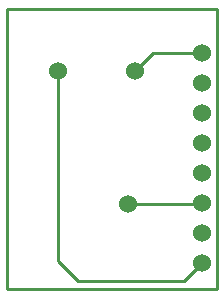
<source format=gbl>
G04 Layer_Physical_Order=2*
G04 Layer_Color=16711680*
%FSLAX25Y25*%
%MOIN*%
G70*
G01*
G75*
%ADD12C,0.01000*%
%ADD13C,0.06000*%
D12*
X64803Y28543D02*
X65000Y28740D01*
X40354Y28543D02*
X64803D01*
X59213Y2953D02*
X65000Y8740D01*
X23622Y2953D02*
X59213D01*
X17083Y9492D02*
X23622Y2953D01*
X17083Y9492D02*
Y72835D01*
X42673D02*
X48579Y78740D01*
X65000D01*
X-0Y93504D02*
X70000D01*
X70000Y93504D01*
Y0D02*
Y93504D01*
X0Y0D02*
X70000D01*
X-0Y0D02*
X0Y0D01*
X-0Y0D02*
Y93504D01*
D13*
X40354Y28543D02*
D03*
X65000Y78740D02*
D03*
Y68740D02*
D03*
Y18740D02*
D03*
Y8740D02*
D03*
Y58740D02*
D03*
Y48740D02*
D03*
Y38740D02*
D03*
Y28740D02*
D03*
X42673Y72835D02*
D03*
X17083D02*
D03*
M02*

</source>
